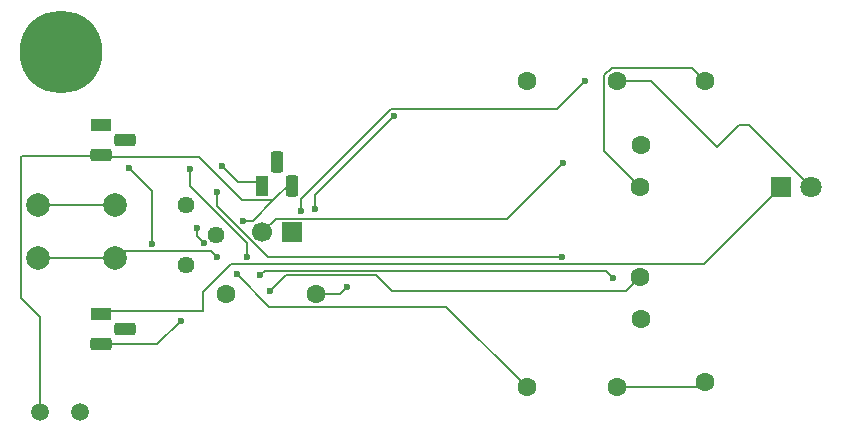
<source format=gbl>
G04 #@! TF.GenerationSoftware,KiCad,Pcbnew,9.0.2-2.fc42*
G04 #@! TF.CreationDate,2025-06-29T00:33:01+02:00*
G04 #@! TF.ProjectId,hack_solder,6861636b-5f73-46f6-9c64-65722e6b6963,rev?*
G04 #@! TF.SameCoordinates,Original*
G04 #@! TF.FileFunction,Copper,L2,Bot*
G04 #@! TF.FilePolarity,Positive*
%FSLAX46Y46*%
G04 Gerber Fmt 4.6, Leading zero omitted, Abs format (unit mm)*
G04 Created by KiCad (PCBNEW 9.0.2-2.fc42) date 2025-06-29 00:33:01*
%MOMM*%
%LPD*%
G01*
G04 APERTURE LIST*
G04 Aperture macros list*
%AMRoundRect*
0 Rectangle with rounded corners*
0 $1 Rounding radius*
0 $2 $3 $4 $5 $6 $7 $8 $9 X,Y pos of 4 corners*
0 Add a 4 corners polygon primitive as box body*
4,1,4,$2,$3,$4,$5,$6,$7,$8,$9,$2,$3,0*
0 Add four circle primitives for the rounded corners*
1,1,$1+$1,$2,$3*
1,1,$1+$1,$4,$5*
1,1,$1+$1,$6,$7*
1,1,$1+$1,$8,$9*
0 Add four rect primitives between the rounded corners*
20,1,$1+$1,$2,$3,$4,$5,0*
20,1,$1+$1,$4,$5,$6,$7,0*
20,1,$1+$1,$6,$7,$8,$9,0*
20,1,$1+$1,$8,$9,$2,$3,0*%
G04 Aperture macros list end*
G04 #@! TA.AperFunction,ComponentPad*
%ADD10C,1.440000*%
G04 #@! TD*
G04 #@! TA.AperFunction,ComponentPad*
%ADD11C,7.000000*%
G04 #@! TD*
G04 #@! TA.AperFunction,ComponentPad*
%ADD12C,1.600000*%
G04 #@! TD*
G04 #@! TA.AperFunction,ComponentPad*
%ADD13C,1.500000*%
G04 #@! TD*
G04 #@! TA.AperFunction,ComponentPad*
%ADD14C,2.000000*%
G04 #@! TD*
G04 #@! TA.AperFunction,ComponentPad*
%ADD15R,1.800000X1.100000*%
G04 #@! TD*
G04 #@! TA.AperFunction,ComponentPad*
%ADD16RoundRect,0.275000X-0.625000X0.275000X-0.625000X-0.275000X0.625000X-0.275000X0.625000X0.275000X0*%
G04 #@! TD*
G04 #@! TA.AperFunction,ComponentPad*
%ADD17R,1.100000X1.800000*%
G04 #@! TD*
G04 #@! TA.AperFunction,ComponentPad*
%ADD18RoundRect,0.275000X-0.275000X-0.625000X0.275000X-0.625000X0.275000X0.625000X-0.275000X0.625000X0*%
G04 #@! TD*
G04 #@! TA.AperFunction,ComponentPad*
%ADD19R,1.700000X1.700000*%
G04 #@! TD*
G04 #@! TA.AperFunction,ComponentPad*
%ADD20C,1.700000*%
G04 #@! TD*
G04 #@! TA.AperFunction,ComponentPad*
%ADD21R,1.800000X1.800000*%
G04 #@! TD*
G04 #@! TA.AperFunction,ComponentPad*
%ADD22C,1.800000*%
G04 #@! TD*
G04 #@! TA.AperFunction,ViaPad*
%ADD23C,0.600000*%
G04 #@! TD*
G04 #@! TA.AperFunction,Conductor*
%ADD24C,0.200000*%
G04 #@! TD*
G04 APERTURE END LIST*
D10*
G04 #@! TO.P,RV1,1,1*
G04 #@! TO.N,unconnected-(RV1-Pad1)*
X27060000Y-52540000D03*
G04 #@! TO.P,RV1,2,2*
G04 #@! TO.N,Net-(J1-Pin_2)*
X29600000Y-50000000D03*
G04 #@! TO.P,RV1,3,3*
G04 #@! TO.N,Net-(D1-A)*
X27060000Y-47460000D03*
G04 #@! TD*
D11*
G04 #@! TO.P,REF\u002A\u002A,1*
G04 #@! TO.N,N/C*
X16500000Y-34500000D03*
G04 #@! TD*
D12*
G04 #@! TO.P,R3,1*
G04 #@! TO.N,Net-(Q2-C)*
X65500000Y-46000000D03*
G04 #@! TO.P,R3,2*
G04 #@! TO.N,Net-(Q1-B)*
X65500000Y-53620000D03*
G04 #@! TD*
D13*
G04 #@! TO.P,R2,1*
G04 #@! TO.N,Net-(Q1-C)*
X18050000Y-65000000D03*
G04 #@! TO.P,R2,2*
G04 #@! TO.N,Net-(BT1--)*
X14650000Y-65000000D03*
G04 #@! TD*
D14*
G04 #@! TO.P,SW1,1,1*
G04 #@! TO.N,Net-(R6-Pad1)*
X21000000Y-52000000D03*
X14500000Y-52000000D03*
G04 #@! TO.P,SW1,2,2*
G04 #@! TO.N,Net-(J1-Pin_2)*
X21000000Y-47500000D03*
X14500000Y-47500000D03*
G04 #@! TD*
D15*
G04 #@! TO.P,Q3,1,C*
G04 #@! TO.N,Net-(D1-K)*
X19830000Y-56730000D03*
D16*
G04 #@! TO.P,Q3,2,B*
G04 #@! TO.N,Net-(Q1-C)*
X21900000Y-58000000D03*
G04 #@! TO.P,Q3,3,E*
G04 #@! TO.N,Net-(Q3-E)*
X19830000Y-59270000D03*
G04 #@! TD*
D12*
G04 #@! TO.P,R1,1*
G04 #@! TO.N,Net-(J1-Pin_2)*
X65611846Y-42388154D03*
G04 #@! TO.P,R1,2*
G04 #@! TO.N,Net-(Q2-C)*
X71000000Y-37000000D03*
G04 #@! TD*
G04 #@! TO.P,R4,1*
G04 #@! TO.N,Net-(Q2-B)*
X71000000Y-62500000D03*
G04 #@! TO.P,R4,2*
G04 #@! TO.N,Net-(Q1-C)*
X65611846Y-57111846D03*
G04 #@! TD*
D17*
G04 #@! TO.P,Q2,1,C*
G04 #@! TO.N,Net-(Q2-C)*
X33460000Y-45900000D03*
D18*
G04 #@! TO.P,Q2,2,B*
G04 #@! TO.N,Net-(Q2-B)*
X34730000Y-43830000D03*
G04 #@! TO.P,Q2,3,E*
G04 #@! TO.N,Net-(BT1--)*
X36000000Y-45900000D03*
G04 #@! TD*
D19*
G04 #@! TO.P,J1,1,Pin_1*
G04 #@! TO.N,Net-(BT1-+)*
X36050000Y-49800000D03*
D20*
G04 #@! TO.P,J1,2,Pin_2*
G04 #@! TO.N,Net-(J1-Pin_2)*
X33510000Y-49800000D03*
G04 #@! TD*
D21*
G04 #@! TO.P,D1,1,K*
G04 #@! TO.N,Net-(D1-K)*
X77460000Y-46000000D03*
D22*
G04 #@! TO.P,D1,2,A*
G04 #@! TO.N,Net-(D1-A)*
X80000000Y-46000000D03*
G04 #@! TD*
D15*
G04 #@! TO.P,Q1,1,C*
G04 #@! TO.N,Net-(Q1-C)*
X19830000Y-40730000D03*
D16*
G04 #@! TO.P,Q1,2,B*
G04 #@! TO.N,Net-(Q1-B)*
X21900000Y-42000000D03*
G04 #@! TO.P,Q1,3,E*
G04 #@! TO.N,Net-(BT1--)*
X19830000Y-43270000D03*
G04 #@! TD*
D12*
G04 #@! TO.P,R5,1*
G04 #@! TO.N,Net-(D1-A)*
X63550000Y-36950000D03*
G04 #@! TO.P,R5,2*
G04 #@! TO.N,Net-(Q1-C)*
X55930000Y-36950000D03*
G04 #@! TD*
G04 #@! TO.P,R6,1*
G04 #@! TO.N,Net-(R6-Pad1)*
X55880000Y-62900000D03*
G04 #@! TO.P,R6,2*
G04 #@! TO.N,Net-(Q2-B)*
X63500000Y-62900000D03*
G04 #@! TD*
G04 #@! TO.P,R7,1*
G04 #@! TO.N,Net-(BT1--)*
X38050000Y-55000000D03*
G04 #@! TO.P,R7,2*
G04 #@! TO.N,Net-(Q3-E)*
X30430000Y-55000000D03*
G04 #@! TD*
D23*
G04 #@! TO.N,Net-(BT1-+)*
X38000000Y-47850000D03*
X44625000Y-39975000D03*
G04 #@! TO.N,Net-(BT1--)*
X31900000Y-48800000D03*
X28000000Y-49400000D03*
X40700000Y-54400000D03*
X28550000Y-50700000D03*
G04 #@! TO.N,Net-(D1-A)*
X36800000Y-48000000D03*
X60850000Y-36950000D03*
G04 #@! TO.N,Net-(J1-Pin_2)*
X58950000Y-43900000D03*
G04 #@! TO.N,Net-(Q1-B)*
X24200000Y-50750000D03*
X22250000Y-44350000D03*
X34150000Y-54800000D03*
G04 #@! TO.N,Net-(Q2-B)*
X29675000Y-46425000D03*
X58900000Y-51900000D03*
G04 #@! TO.N,Net-(Q2-C)*
X63225000Y-53625000D03*
X30100000Y-44150000D03*
X27350000Y-44400000D03*
X33300000Y-53450000D03*
X32250000Y-51850000D03*
G04 #@! TO.N,Net-(Q3-E)*
X26600000Y-57300000D03*
G04 #@! TO.N,Net-(R6-Pad1)*
X31350000Y-53350000D03*
X29700000Y-51850000D03*
G04 #@! TD*
D24*
G04 #@! TO.N,Net-(BT1-+)*
X38000000Y-47850000D02*
X38000000Y-46600000D01*
X44625000Y-39975000D02*
X44650000Y-39950000D01*
X38000000Y-46600000D02*
X44625000Y-39975000D01*
G04 #@! TO.N,Net-(BT1--)*
X14650000Y-56950000D02*
X13101000Y-55401000D01*
X34399000Y-47101000D02*
X36000000Y-45500000D01*
X14950000Y-43350000D02*
X20150000Y-43350000D01*
X14650000Y-65000000D02*
X14650000Y-56950000D01*
X13101000Y-43449000D02*
X13200000Y-43350000D01*
X28126248Y-43426248D02*
X31801000Y-47101000D01*
X28000000Y-50150000D02*
X28550000Y-50700000D01*
X38050000Y-55000000D02*
X40100000Y-55000000D01*
X34399000Y-47101000D02*
X32700000Y-48800000D01*
X20386248Y-43426248D02*
X28126248Y-43426248D01*
X20230000Y-43270000D02*
X20386248Y-43426248D01*
X40100000Y-55000000D02*
X40700000Y-54400000D01*
X32700000Y-48800000D02*
X31900000Y-48800000D01*
X31801000Y-47101000D02*
X34399000Y-47101000D01*
X13200000Y-43350000D02*
X14950000Y-43350000D01*
X28000000Y-49400000D02*
X28000000Y-50150000D01*
X13101000Y-55401000D02*
X13101000Y-43449000D01*
X20150000Y-43350000D02*
X20230000Y-43270000D01*
G04 #@! TO.N,Net-(D1-A)*
X36800000Y-46950057D02*
X44415628Y-39334429D01*
X66450000Y-36950000D02*
X63550000Y-36950000D01*
X36800000Y-48000000D02*
X36800000Y-46950057D01*
X44415628Y-39334429D02*
X58465571Y-39334429D01*
X58465571Y-39334429D02*
X60850000Y-36950000D01*
X73901000Y-40699000D02*
X72050000Y-42550000D01*
X80000000Y-46000000D02*
X74699000Y-40699000D01*
X74699000Y-40699000D02*
X73901000Y-40699000D01*
X72050000Y-42550000D02*
X66450000Y-36950000D01*
G04 #@! TO.N,Net-(D1-K)*
X20230000Y-56730000D02*
X20510000Y-56450000D01*
X20510000Y-56450000D02*
X28500000Y-56450000D01*
X70941000Y-52519000D02*
X77460000Y-46000000D01*
X30831000Y-52519000D02*
X70941000Y-52519000D01*
X28500000Y-54850000D02*
X30831000Y-52519000D01*
X28500000Y-56450000D02*
X28500000Y-54850000D01*
G04 #@! TO.N,Net-(J1-Pin_2)*
X14500000Y-47500000D02*
X21000000Y-47500000D01*
X34661000Y-48649000D02*
X33510000Y-49800000D01*
X58950000Y-43900000D02*
X54201000Y-48649000D01*
X54201000Y-48649000D02*
X34661000Y-48649000D01*
G04 #@! TO.N,Net-(Q1-B)*
X64320000Y-54800000D02*
X44450000Y-54800000D01*
X24200000Y-46300000D02*
X22250000Y-44350000D01*
X44450000Y-54800000D02*
X43101000Y-53451000D01*
X65500000Y-53620000D02*
X64320000Y-54800000D01*
X35499000Y-53451000D02*
X34150000Y-54800000D01*
X43101000Y-53451000D02*
X35499000Y-53451000D01*
X24200000Y-50750000D02*
X24200000Y-46300000D01*
G04 #@! TO.N,Net-(Q2-B)*
X33982240Y-51900000D02*
X58900000Y-51900000D01*
X29675000Y-47592760D02*
X33982240Y-51900000D01*
X63500000Y-62900000D02*
X70600000Y-62900000D01*
X70600000Y-62900000D02*
X71000000Y-62500000D01*
X29675000Y-46425000D02*
X29675000Y-47592760D01*
G04 #@! TO.N,Net-(Q2-C)*
X71000000Y-37000000D02*
X69849000Y-35849000D01*
X63225000Y-53625000D02*
X63250000Y-53650000D01*
X62449000Y-36493950D02*
X62449000Y-42949000D01*
X69849000Y-35849000D02*
X63093950Y-35849000D01*
X62449000Y-42949000D02*
X65500000Y-46000000D01*
X27350000Y-44400000D02*
X27350000Y-45834860D01*
X62650000Y-53050000D02*
X63225000Y-53625000D01*
X32250000Y-50734860D02*
X32250000Y-51850000D01*
X33300000Y-53450000D02*
X33700000Y-53050000D01*
X31450000Y-45500000D02*
X30100000Y-44150000D01*
X27350000Y-45834860D02*
X32250000Y-50734860D01*
X63093950Y-35849000D02*
X62449000Y-36493950D01*
X33460000Y-45500000D02*
X31450000Y-45500000D01*
X33700000Y-53050000D02*
X62650000Y-53050000D01*
G04 #@! TO.N,Net-(Q3-E)*
X20230000Y-59270000D02*
X24630000Y-59270000D01*
X24630000Y-59270000D02*
X26600000Y-57300000D01*
G04 #@! TO.N,Net-(R6-Pad1)*
X21649000Y-51351000D02*
X21000000Y-52000000D01*
X29700000Y-51850000D02*
X29201000Y-51351000D01*
X49080000Y-56100000D02*
X34100000Y-56100000D01*
X34100000Y-56100000D02*
X31350000Y-53350000D01*
X55880000Y-62900000D02*
X49080000Y-56100000D01*
X29201000Y-51351000D02*
X21649000Y-51351000D01*
X14500000Y-52000000D02*
X21000000Y-52000000D01*
G04 #@! TD*
M02*

</source>
